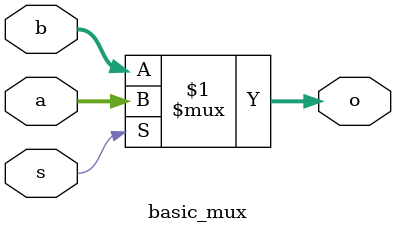
<source format=v>
module basic_mux(input [1:0] a, input[1:0] b, input s, output [1:0] o);
	assign o = s ? a : b;
endmodule

</source>
